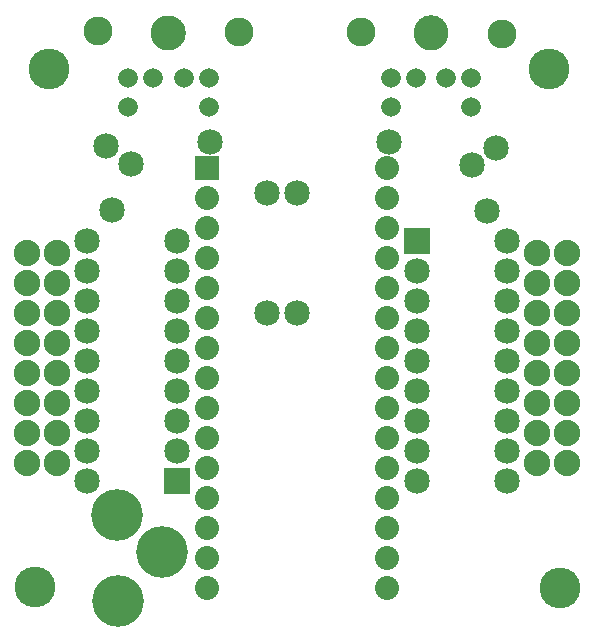
<source format=gts>
G04 MADE WITH FRITZING*
G04 WWW.FRITZING.ORG*
G04 DOUBLE SIDED*
G04 HOLES PLATED*
G04 CONTOUR ON CENTER OF CONTOUR VECTOR*
%ASAXBY*%
%FSLAX23Y23*%
%MOIN*%
%OFA0B0*%
%SFA1.0B1.0*%
%ADD10C,0.080000*%
%ADD11C,0.172000*%
%ADD12C,0.085000*%
%ADD13C,0.088000*%
%ADD14C,0.135984*%
%ADD15C,0.065433*%
%ADD16C,0.116614*%
%ADD17C,0.096614*%
%ADD18C,0.112362*%
%ADD19R,0.079972X0.080000*%
%ADD20R,0.085000X0.085000*%
%ADD21C,0.030000*%
%LNMASK1*%
G90*
G70*
G54D10*
X666Y1541D03*
X666Y1441D03*
X666Y1341D03*
X666Y1241D03*
X666Y1141D03*
X666Y1041D03*
X666Y941D03*
X666Y841D03*
X666Y741D03*
X666Y641D03*
X666Y541D03*
X666Y441D03*
X666Y341D03*
X666Y241D03*
X666Y141D03*
X1266Y1541D03*
X1266Y1441D03*
X1266Y1341D03*
X1266Y1241D03*
X1266Y1141D03*
X1266Y1041D03*
X1266Y941D03*
X1266Y841D03*
X1266Y741D03*
X1266Y641D03*
X1266Y541D03*
X1266Y441D03*
X1266Y341D03*
X1266Y241D03*
X1266Y141D03*
G54D11*
X366Y387D03*
X367Y99D03*
X515Y262D03*
X366Y387D03*
X367Y99D03*
X515Y262D03*
G54D12*
X566Y499D03*
X266Y499D03*
X566Y599D03*
X266Y599D03*
X566Y699D03*
X266Y699D03*
X566Y799D03*
X266Y799D03*
X566Y899D03*
X266Y899D03*
X566Y999D03*
X266Y999D03*
X566Y1099D03*
X266Y1099D03*
X566Y1199D03*
X266Y1199D03*
X566Y1299D03*
X266Y1299D03*
X1366Y1298D03*
X1666Y1298D03*
X1366Y1198D03*
X1666Y1198D03*
X1366Y1098D03*
X1666Y1098D03*
X1366Y998D03*
X1666Y998D03*
X1366Y898D03*
X1666Y898D03*
X1366Y798D03*
X1666Y798D03*
X1366Y698D03*
X1666Y698D03*
X1366Y598D03*
X1666Y598D03*
X1366Y498D03*
X1666Y498D03*
G54D13*
X1866Y658D03*
X1766Y658D03*
X66Y1158D03*
X166Y1158D03*
X66Y1058D03*
X166Y1058D03*
X1866Y758D03*
X1766Y758D03*
X66Y958D03*
X166Y958D03*
X1866Y858D03*
X1766Y858D03*
X66Y858D03*
X166Y858D03*
X1866Y958D03*
X1766Y958D03*
X66Y758D03*
X166Y758D03*
X1866Y1058D03*
X1766Y1058D03*
X66Y658D03*
X166Y658D03*
X1866Y1158D03*
X1766Y1158D03*
X66Y558D03*
X166Y558D03*
X1866Y1258D03*
X1766Y1258D03*
X66Y1258D03*
X166Y1258D03*
X1866Y558D03*
X1766Y558D03*
G54D14*
X91Y146D03*
X1806Y1873D03*
X139Y1873D03*
X1841Y141D03*
G54D15*
X1278Y1843D03*
X1361Y1843D03*
X1463Y1843D03*
X1546Y1843D03*
X1278Y1745D03*
X1546Y1745D03*
G54D16*
X1412Y1993D03*
G54D15*
X1278Y1843D03*
X1361Y1843D03*
X1463Y1843D03*
X1546Y1843D03*
X1278Y1745D03*
X1546Y1745D03*
G54D16*
X1412Y1993D03*
G54D15*
X402Y1842D03*
X485Y1842D03*
X588Y1842D03*
X670Y1842D03*
X402Y1744D03*
X670Y1744D03*
G54D16*
X536Y1992D03*
G54D15*
X402Y1842D03*
X485Y1842D03*
X588Y1842D03*
X670Y1842D03*
X402Y1744D03*
X670Y1744D03*
G54D16*
X536Y1992D03*
G54D12*
X1629Y1610D03*
X1547Y1552D03*
X410Y1556D03*
X328Y1614D03*
X675Y1630D03*
X347Y1401D03*
X1271Y1630D03*
X1599Y1400D03*
X966Y1058D03*
X966Y1458D03*
X866Y1058D03*
X866Y1458D03*
G54D17*
X1647Y1990D03*
X772Y1994D03*
X1179Y1996D03*
X303Y1999D03*
G54D18*
X1413Y1994D03*
X537Y1993D03*
G54D19*
X666Y1541D03*
G54D20*
X566Y499D03*
X1366Y1298D03*
G54D21*
G36*
X1623Y1571D02*
X1591Y1616D01*
X1636Y1648D01*
X1668Y1603D01*
X1623Y1571D01*
G37*
D02*
G36*
X371Y1550D02*
X403Y1595D01*
X448Y1563D01*
X416Y1518D01*
X371Y1550D01*
G37*
D02*
G04 End of Mask1*
M02*
</source>
